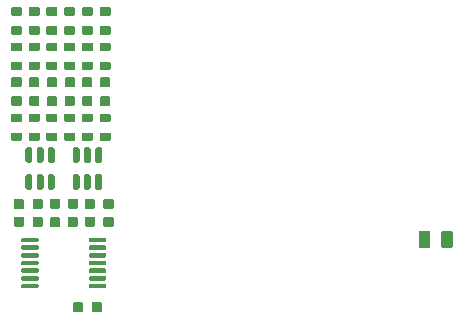
<source format=gbp>
G04 #@! TF.GenerationSoftware,KiCad,Pcbnew,7.0.10-7.0.10~ubuntu22.04.1*
G04 #@! TF.CreationDate,2024-01-14T01:34:45+00:00*
G04 #@! TF.ProjectId,hellen-112-17,68656c6c-656e-42d3-9131-322d31372e6b,B*
G04 #@! TF.SameCoordinates,Original*
G04 #@! TF.FileFunction,Paste,Bot*
G04 #@! TF.FilePolarity,Positive*
%FSLAX46Y46*%
G04 Gerber Fmt 4.6, Leading zero omitted, Abs format (unit mm)*
G04 Created by KiCad (PCBNEW 7.0.10-7.0.10~ubuntu22.04.1) date 2024-01-14 01:34:45*
%MOMM*%
%LPD*%
G01*
G04 APERTURE LIST*
G04 APERTURE END LIST*
G04 #@! TO.C,R49*
G36*
G01*
X43610000Y87650000D02*
X44390000Y87650000D01*
G75*
G02*
X44460000Y87580000I0J-70000D01*
G01*
X44460000Y87020000D01*
G75*
G02*
X44390000Y86950000I-70000J0D01*
G01*
X43610000Y86950000D01*
G75*
G02*
X43540000Y87020000I0J70000D01*
G01*
X43540000Y87580000D01*
G75*
G02*
X43610000Y87650000I70000J0D01*
G01*
G37*
G36*
G01*
X43610000Y86050000D02*
X44390000Y86050000D01*
G75*
G02*
X44460000Y85980000I0J-70000D01*
G01*
X44460000Y85420000D01*
G75*
G02*
X44390000Y85350000I-70000J0D01*
G01*
X43610000Y85350000D01*
G75*
G02*
X43540000Y85420000I0J70000D01*
G01*
X43540000Y85980000D01*
G75*
G02*
X43610000Y86050000I70000J0D01*
G01*
G37*
G04 #@! TD*
G04 #@! TO.C,C16*
G36*
G01*
X39160000Y84715001D02*
X39840000Y84715001D01*
G75*
G02*
X39925000Y84630001I0J-85000D01*
G01*
X39925000Y83950001D01*
G75*
G02*
X39840000Y83865001I-85000J0D01*
G01*
X39160000Y83865001D01*
G75*
G02*
X39075000Y83950001I0J85000D01*
G01*
X39075000Y84630001D01*
G75*
G02*
X39160000Y84715001I85000J0D01*
G01*
G37*
G36*
G01*
X39160000Y83134999D02*
X39840000Y83134999D01*
G75*
G02*
X39925000Y83049999I0J-85000D01*
G01*
X39925000Y82369999D01*
G75*
G02*
X39840000Y82284999I-85000J0D01*
G01*
X39160000Y82284999D01*
G75*
G02*
X39075000Y82369999I0J85000D01*
G01*
X39075000Y83049999D01*
G75*
G02*
X39160000Y83134999I85000J0D01*
G01*
G37*
G04 #@! TD*
G04 #@! TO.C,C17*
G36*
G01*
X42160000Y84715001D02*
X42840000Y84715001D01*
G75*
G02*
X42925000Y84630001I0J-85000D01*
G01*
X42925000Y83950001D01*
G75*
G02*
X42840000Y83865001I-85000J0D01*
G01*
X42160000Y83865001D01*
G75*
G02*
X42075000Y83950001I0J85000D01*
G01*
X42075000Y84630001D01*
G75*
G02*
X42160000Y84715001I85000J0D01*
G01*
G37*
G36*
G01*
X42160000Y83134999D02*
X42840000Y83134999D01*
G75*
G02*
X42925000Y83049999I0J-85000D01*
G01*
X42925000Y82369999D01*
G75*
G02*
X42840000Y82284999I-85000J0D01*
G01*
X42160000Y82284999D01*
G75*
G02*
X42075000Y82369999I0J85000D01*
G01*
X42075000Y83049999D01*
G75*
G02*
X42160000Y83134999I85000J0D01*
G01*
G37*
G04 #@! TD*
G04 #@! TO.C,R48*
G36*
G01*
X44390000Y79350000D02*
X43610000Y79350000D01*
G75*
G02*
X43540000Y79420000I0J70000D01*
G01*
X43540000Y79980000D01*
G75*
G02*
X43610000Y80050000I70000J0D01*
G01*
X44390000Y80050000D01*
G75*
G02*
X44460000Y79980000I0J-70000D01*
G01*
X44460000Y79420000D01*
G75*
G02*
X44390000Y79350000I-70000J0D01*
G01*
G37*
G36*
G01*
X44390000Y80950000D02*
X43610000Y80950000D01*
G75*
G02*
X43540000Y81020000I0J70000D01*
G01*
X43540000Y81580000D01*
G75*
G02*
X43610000Y81650000I70000J0D01*
G01*
X44390000Y81650000D01*
G75*
G02*
X44460000Y81580000I0J-70000D01*
G01*
X44460000Y81020000D01*
G75*
G02*
X44390000Y80950000I-70000J0D01*
G01*
G37*
G04 #@! TD*
G04 #@! TO.C,C18*
G36*
G01*
X40660000Y84715001D02*
X41340000Y84715001D01*
G75*
G02*
X41425000Y84630001I0J-85000D01*
G01*
X41425000Y83950001D01*
G75*
G02*
X41340000Y83865001I-85000J0D01*
G01*
X40660000Y83865001D01*
G75*
G02*
X40575000Y83950001I0J85000D01*
G01*
X40575000Y84630001D01*
G75*
G02*
X40660000Y84715001I85000J0D01*
G01*
G37*
G36*
G01*
X40660000Y83134999D02*
X41340000Y83134999D01*
G75*
G02*
X41425000Y83049999I0J-85000D01*
G01*
X41425000Y82369999D01*
G75*
G02*
X41340000Y82284999I-85000J0D01*
G01*
X40660000Y82284999D01*
G75*
G02*
X40575000Y82369999I0J85000D01*
G01*
X40575000Y83049999D01*
G75*
G02*
X40660000Y83134999I85000J0D01*
G01*
G37*
G04 #@! TD*
G04 #@! TO.C,R29*
G36*
G01*
X45110000Y87650000D02*
X45890000Y87650000D01*
G75*
G02*
X45960000Y87580000I0J-70000D01*
G01*
X45960000Y87020000D01*
G75*
G02*
X45890000Y86950000I-70000J0D01*
G01*
X45110000Y86950000D01*
G75*
G02*
X45040000Y87020000I0J70000D01*
G01*
X45040000Y87580000D01*
G75*
G02*
X45110000Y87650000I70000J0D01*
G01*
G37*
G36*
G01*
X45110000Y86050000D02*
X45890000Y86050000D01*
G75*
G02*
X45960000Y85980000I0J-70000D01*
G01*
X45960000Y85420000D01*
G75*
G02*
X45890000Y85350000I-70000J0D01*
G01*
X45110000Y85350000D01*
G75*
G02*
X45040000Y85420000I0J70000D01*
G01*
X45040000Y85980000D01*
G75*
G02*
X45110000Y86050000I70000J0D01*
G01*
G37*
G04 #@! TD*
G04 #@! TO.C,U2*
G36*
G01*
X39900000Y66950000D02*
X39900000Y67150000D01*
G75*
G02*
X40000000Y67250000I100000J0D01*
G01*
X41275000Y67250000D01*
G75*
G02*
X41375000Y67150000I0J-100000D01*
G01*
X41375000Y66950000D01*
G75*
G02*
X41275000Y66850000I-100000J0D01*
G01*
X40000000Y66850000D01*
G75*
G02*
X39900000Y66950000I0J100000D01*
G01*
G37*
G36*
G01*
X39900000Y67600000D02*
X39900000Y67800000D01*
G75*
G02*
X40000000Y67900000I100000J0D01*
G01*
X41275000Y67900000D01*
G75*
G02*
X41375000Y67800000I0J-100000D01*
G01*
X41375000Y67600000D01*
G75*
G02*
X41275000Y67500000I-100000J0D01*
G01*
X40000000Y67500000D01*
G75*
G02*
X39900000Y67600000I0J100000D01*
G01*
G37*
G36*
G01*
X39900000Y68250000D02*
X39900000Y68450000D01*
G75*
G02*
X40000000Y68550000I100000J0D01*
G01*
X41275000Y68550000D01*
G75*
G02*
X41375000Y68450000I0J-100000D01*
G01*
X41375000Y68250000D01*
G75*
G02*
X41275000Y68150000I-100000J0D01*
G01*
X40000000Y68150000D01*
G75*
G02*
X39900000Y68250000I0J100000D01*
G01*
G37*
G36*
G01*
X39900000Y68900000D02*
X39900000Y69100000D01*
G75*
G02*
X40000000Y69200000I100000J0D01*
G01*
X41275000Y69200000D01*
G75*
G02*
X41375000Y69100000I0J-100000D01*
G01*
X41375000Y68900000D01*
G75*
G02*
X41275000Y68800000I-100000J0D01*
G01*
X40000000Y68800000D01*
G75*
G02*
X39900000Y68900000I0J100000D01*
G01*
G37*
G36*
G01*
X39900000Y69550000D02*
X39900000Y69750000D01*
G75*
G02*
X40000000Y69850000I100000J0D01*
G01*
X41275000Y69850000D01*
G75*
G02*
X41375000Y69750000I0J-100000D01*
G01*
X41375000Y69550000D01*
G75*
G02*
X41275000Y69450000I-100000J0D01*
G01*
X40000000Y69450000D01*
G75*
G02*
X39900000Y69550000I0J100000D01*
G01*
G37*
G36*
G01*
X39900000Y70200000D02*
X39900000Y70400000D01*
G75*
G02*
X40000000Y70500000I100000J0D01*
G01*
X41275000Y70500000D01*
G75*
G02*
X41375000Y70400000I0J-100000D01*
G01*
X41375000Y70200000D01*
G75*
G02*
X41275000Y70100000I-100000J0D01*
G01*
X40000000Y70100000D01*
G75*
G02*
X39900000Y70200000I0J100000D01*
G01*
G37*
G36*
G01*
X39900000Y70850000D02*
X39900000Y71050000D01*
G75*
G02*
X40000000Y71150000I100000J0D01*
G01*
X41275000Y71150000D01*
G75*
G02*
X41375000Y71050000I0J-100000D01*
G01*
X41375000Y70850000D01*
G75*
G02*
X41275000Y70750000I-100000J0D01*
G01*
X40000000Y70750000D01*
G75*
G02*
X39900000Y70850000I0J100000D01*
G01*
G37*
G36*
G01*
X45625000Y70850000D02*
X45625000Y71050000D01*
G75*
G02*
X45725000Y71150000I100000J0D01*
G01*
X47000000Y71150000D01*
G75*
G02*
X47100000Y71050000I0J-100000D01*
G01*
X47100000Y70850000D01*
G75*
G02*
X47000000Y70750000I-100000J0D01*
G01*
X45725000Y70750000D01*
G75*
G02*
X45625000Y70850000I0J100000D01*
G01*
G37*
G36*
G01*
X45625000Y70200000D02*
X45625000Y70400000D01*
G75*
G02*
X45725000Y70500000I100000J0D01*
G01*
X47000000Y70500000D01*
G75*
G02*
X47100000Y70400000I0J-100000D01*
G01*
X47100000Y70200000D01*
G75*
G02*
X47000000Y70100000I-100000J0D01*
G01*
X45725000Y70100000D01*
G75*
G02*
X45625000Y70200000I0J100000D01*
G01*
G37*
G36*
G01*
X45625000Y69550000D02*
X45625000Y69750000D01*
G75*
G02*
X45725000Y69850000I100000J0D01*
G01*
X47000000Y69850000D01*
G75*
G02*
X47100000Y69750000I0J-100000D01*
G01*
X47100000Y69550000D01*
G75*
G02*
X47000000Y69450000I-100000J0D01*
G01*
X45725000Y69450000D01*
G75*
G02*
X45625000Y69550000I0J100000D01*
G01*
G37*
G36*
G01*
X45625000Y68900000D02*
X45625000Y69100000D01*
G75*
G02*
X45725000Y69200000I100000J0D01*
G01*
X47000000Y69200000D01*
G75*
G02*
X47100000Y69100000I0J-100000D01*
G01*
X47100000Y68900000D01*
G75*
G02*
X47000000Y68800000I-100000J0D01*
G01*
X45725000Y68800000D01*
G75*
G02*
X45625000Y68900000I0J100000D01*
G01*
G37*
G36*
G01*
X45625000Y68250000D02*
X45625000Y68450000D01*
G75*
G02*
X45725000Y68550000I100000J0D01*
G01*
X47000000Y68550000D01*
G75*
G02*
X47100000Y68450000I0J-100000D01*
G01*
X47100000Y68250000D01*
G75*
G02*
X47000000Y68150000I-100000J0D01*
G01*
X45725000Y68150000D01*
G75*
G02*
X45625000Y68250000I0J100000D01*
G01*
G37*
G36*
G01*
X45625000Y67600000D02*
X45625000Y67800000D01*
G75*
G02*
X45725000Y67900000I100000J0D01*
G01*
X47000000Y67900000D01*
G75*
G02*
X47100000Y67800000I0J-100000D01*
G01*
X47100000Y67600000D01*
G75*
G02*
X47000000Y67500000I-100000J0D01*
G01*
X45725000Y67500000D01*
G75*
G02*
X45625000Y67600000I0J100000D01*
G01*
G37*
G36*
G01*
X45625000Y66950000D02*
X45625000Y67150000D01*
G75*
G02*
X45725000Y67250000I100000J0D01*
G01*
X47000000Y67250000D01*
G75*
G02*
X47100000Y67150000I0J-100000D01*
G01*
X47100000Y66950000D01*
G75*
G02*
X47000000Y66850000I-100000J0D01*
G01*
X45725000Y66850000D01*
G75*
G02*
X45625000Y66950000I0J100000D01*
G01*
G37*
G04 #@! TD*
G04 #@! TO.C,C25*
G36*
G01*
X44590000Y72034999D02*
X43910000Y72034999D01*
G75*
G02*
X43825000Y72119999I0J85000D01*
G01*
X43825000Y72799999D01*
G75*
G02*
X43910000Y72884999I85000J0D01*
G01*
X44590000Y72884999D01*
G75*
G02*
X44675000Y72799999I0J-85000D01*
G01*
X44675000Y72119999D01*
G75*
G02*
X44590000Y72034999I-85000J0D01*
G01*
G37*
G36*
G01*
X44590000Y73615001D02*
X43910000Y73615001D01*
G75*
G02*
X43825000Y73700001I0J85000D01*
G01*
X43825000Y74380001D01*
G75*
G02*
X43910000Y74465001I85000J0D01*
G01*
X44590000Y74465001D01*
G75*
G02*
X44675000Y74380001I0J-85000D01*
G01*
X44675000Y73700001D01*
G75*
G02*
X44590000Y73615001I-85000J0D01*
G01*
G37*
G04 #@! TD*
G04 #@! TO.C,R32*
G36*
G01*
X41390000Y79350000D02*
X40610000Y79350000D01*
G75*
G02*
X40540000Y79420000I0J70000D01*
G01*
X40540000Y79980000D01*
G75*
G02*
X40610000Y80050000I70000J0D01*
G01*
X41390000Y80050000D01*
G75*
G02*
X41460000Y79980000I0J-70000D01*
G01*
X41460000Y79420000D01*
G75*
G02*
X41390000Y79350000I-70000J0D01*
G01*
G37*
G36*
G01*
X41390000Y80950000D02*
X40610000Y80950000D01*
G75*
G02*
X40540000Y81020000I0J70000D01*
G01*
X40540000Y81580000D01*
G75*
G02*
X40610000Y81650000I70000J0D01*
G01*
X41390000Y81650000D01*
G75*
G02*
X41460000Y81580000I0J-70000D01*
G01*
X41460000Y81020000D01*
G75*
G02*
X41390000Y80950000I-70000J0D01*
G01*
G37*
G04 #@! TD*
G04 #@! TO.C,R30*
G36*
G01*
X39890000Y79350000D02*
X39110000Y79350000D01*
G75*
G02*
X39040000Y79420000I0J70000D01*
G01*
X39040000Y79980000D01*
G75*
G02*
X39110000Y80050000I70000J0D01*
G01*
X39890000Y80050000D01*
G75*
G02*
X39960000Y79980000I0J-70000D01*
G01*
X39960000Y79420000D01*
G75*
G02*
X39890000Y79350000I-70000J0D01*
G01*
G37*
G36*
G01*
X39890000Y80950000D02*
X39110000Y80950000D01*
G75*
G02*
X39040000Y81020000I0J70000D01*
G01*
X39040000Y81580000D01*
G75*
G02*
X39110000Y81650000I70000J0D01*
G01*
X39890000Y81650000D01*
G75*
G02*
X39960000Y81580000I0J-70000D01*
G01*
X39960000Y81020000D01*
G75*
G02*
X39890000Y80950000I-70000J0D01*
G01*
G37*
G04 #@! TD*
G04 #@! TO.C,R43*
G36*
G01*
X45890000Y79350000D02*
X45110000Y79350000D01*
G75*
G02*
X45040000Y79420000I0J70000D01*
G01*
X45040000Y79980000D01*
G75*
G02*
X45110000Y80050000I70000J0D01*
G01*
X45890000Y80050000D01*
G75*
G02*
X45960000Y79980000I0J-70000D01*
G01*
X45960000Y79420000D01*
G75*
G02*
X45890000Y79350000I-70000J0D01*
G01*
G37*
G36*
G01*
X45890000Y80950000D02*
X45110000Y80950000D01*
G75*
G02*
X45040000Y81020000I0J70000D01*
G01*
X45040000Y81580000D01*
G75*
G02*
X45110000Y81650000I70000J0D01*
G01*
X45890000Y81650000D01*
G75*
G02*
X45960000Y81580000I0J-70000D01*
G01*
X45960000Y81020000D01*
G75*
G02*
X45890000Y80950000I-70000J0D01*
G01*
G37*
G04 #@! TD*
G04 #@! TO.C,C15*
G36*
G01*
X43660000Y84715001D02*
X44340000Y84715001D01*
G75*
G02*
X44425000Y84630001I0J-85000D01*
G01*
X44425000Y83950001D01*
G75*
G02*
X44340000Y83865001I-85000J0D01*
G01*
X43660000Y83865001D01*
G75*
G02*
X43575000Y83950001I0J85000D01*
G01*
X43575000Y84630001D01*
G75*
G02*
X43660000Y84715001I85000J0D01*
G01*
G37*
G36*
G01*
X43660000Y83134999D02*
X44340000Y83134999D01*
G75*
G02*
X44425000Y83049999I0J-85000D01*
G01*
X44425000Y82369999D01*
G75*
G02*
X44340000Y82284999I-85000J0D01*
G01*
X43660000Y82284999D01*
G75*
G02*
X43575000Y82369999I0J85000D01*
G01*
X43575000Y83049999D01*
G75*
G02*
X43660000Y83134999I85000J0D01*
G01*
G37*
G04 #@! TD*
G04 #@! TO.C,D11*
G36*
G01*
X46600000Y75200000D02*
X46300000Y75200000D01*
G75*
G02*
X46150000Y75350000I0J150000D01*
G01*
X46150000Y76375000D01*
G75*
G02*
X46300000Y76525000I150000J0D01*
G01*
X46600000Y76525000D01*
G75*
G02*
X46750000Y76375000I0J-150000D01*
G01*
X46750000Y75350000D01*
G75*
G02*
X46600000Y75200000I-150000J0D01*
G01*
G37*
G36*
G01*
X45650000Y75200000D02*
X45350000Y75200000D01*
G75*
G02*
X45200000Y75350000I0J150000D01*
G01*
X45200000Y76375000D01*
G75*
G02*
X45350000Y76525000I150000J0D01*
G01*
X45650000Y76525000D01*
G75*
G02*
X45800000Y76375000I0J-150000D01*
G01*
X45800000Y75350000D01*
G75*
G02*
X45650000Y75200000I-150000J0D01*
G01*
G37*
G36*
G01*
X44700000Y75200000D02*
X44400000Y75200000D01*
G75*
G02*
X44250000Y75350000I0J150000D01*
G01*
X44250000Y76375000D01*
G75*
G02*
X44400000Y76525000I150000J0D01*
G01*
X44700000Y76525000D01*
G75*
G02*
X44850000Y76375000I0J-150000D01*
G01*
X44850000Y75350000D01*
G75*
G02*
X44700000Y75200000I-150000J0D01*
G01*
G37*
G36*
G01*
X44700000Y77475000D02*
X44400000Y77475000D01*
G75*
G02*
X44250000Y77625000I0J150000D01*
G01*
X44250000Y78650000D01*
G75*
G02*
X44400000Y78800000I150000J0D01*
G01*
X44700000Y78800000D01*
G75*
G02*
X44850000Y78650000I0J-150000D01*
G01*
X44850000Y77625000D01*
G75*
G02*
X44700000Y77475000I-150000J0D01*
G01*
G37*
G36*
G01*
X45650000Y77475000D02*
X45350000Y77475000D01*
G75*
G02*
X45200000Y77625000I0J150000D01*
G01*
X45200000Y78650000D01*
G75*
G02*
X45350000Y78800000I150000J0D01*
G01*
X45650000Y78800000D01*
G75*
G02*
X45800000Y78650000I0J-150000D01*
G01*
X45800000Y77625000D01*
G75*
G02*
X45650000Y77475000I-150000J0D01*
G01*
G37*
G36*
G01*
X46600000Y77475000D02*
X46300000Y77475000D01*
G75*
G02*
X46150000Y77625000I0J150000D01*
G01*
X46150000Y78650000D01*
G75*
G02*
X46300000Y78800000I150000J0D01*
G01*
X46600000Y78800000D01*
G75*
G02*
X46750000Y78650000I0J-150000D01*
G01*
X46750000Y77625000D01*
G75*
G02*
X46600000Y77475000I-150000J0D01*
G01*
G37*
G04 #@! TD*
G04 #@! TO.C,C23*
G36*
G01*
X41715001Y72840000D02*
X41715001Y72160000D01*
G75*
G02*
X41630001Y72075000I-85000J0D01*
G01*
X40950001Y72075000D01*
G75*
G02*
X40865001Y72160000I0J85000D01*
G01*
X40865001Y72840000D01*
G75*
G02*
X40950001Y72925000I85000J0D01*
G01*
X41630001Y72925000D01*
G75*
G02*
X41715001Y72840000I0J-85000D01*
G01*
G37*
G36*
G01*
X40134999Y72840000D02*
X40134999Y72160000D01*
G75*
G02*
X40049999Y72075000I-85000J0D01*
G01*
X39369999Y72075000D01*
G75*
G02*
X39284999Y72160000I0J85000D01*
G01*
X39284999Y72840000D01*
G75*
G02*
X39369999Y72925000I85000J0D01*
G01*
X40049999Y72925000D01*
G75*
G02*
X40134999Y72840000I0J-85000D01*
G01*
G37*
G04 #@! TD*
G04 #@! TO.C,R25*
G36*
G01*
X39110000Y87650000D02*
X39890000Y87650000D01*
G75*
G02*
X39960000Y87580000I0J-70000D01*
G01*
X39960000Y87020000D01*
G75*
G02*
X39890000Y86950000I-70000J0D01*
G01*
X39110000Y86950000D01*
G75*
G02*
X39040000Y87020000I0J70000D01*
G01*
X39040000Y87580000D01*
G75*
G02*
X39110000Y87650000I70000J0D01*
G01*
G37*
G36*
G01*
X39110000Y86050000D02*
X39890000Y86050000D01*
G75*
G02*
X39960000Y85980000I0J-70000D01*
G01*
X39960000Y85420000D01*
G75*
G02*
X39890000Y85350000I-70000J0D01*
G01*
X39110000Y85350000D01*
G75*
G02*
X39040000Y85420000I0J70000D01*
G01*
X39040000Y85980000D01*
G75*
G02*
X39110000Y86050000I70000J0D01*
G01*
G37*
G04 #@! TD*
G04 #@! TO.C,C19*
G36*
G01*
X46660000Y84715001D02*
X47340000Y84715001D01*
G75*
G02*
X47425000Y84630001I0J-85000D01*
G01*
X47425000Y83950001D01*
G75*
G02*
X47340000Y83865001I-85000J0D01*
G01*
X46660000Y83865001D01*
G75*
G02*
X46575000Y83950001I0J85000D01*
G01*
X46575000Y84630001D01*
G75*
G02*
X46660000Y84715001I85000J0D01*
G01*
G37*
G36*
G01*
X46660000Y83134999D02*
X47340000Y83134999D01*
G75*
G02*
X47425000Y83049999I0J-85000D01*
G01*
X47425000Y82369999D01*
G75*
G02*
X47340000Y82284999I-85000J0D01*
G01*
X46660000Y82284999D01*
G75*
G02*
X46575000Y82369999I0J85000D01*
G01*
X46575000Y83049999D01*
G75*
G02*
X46660000Y83134999I85000J0D01*
G01*
G37*
G04 #@! TD*
G04 #@! TO.C,R21*
G36*
G01*
X39110954Y90650000D02*
X39890954Y90650000D01*
G75*
G02*
X39960954Y90580000I0J-70000D01*
G01*
X39960954Y90020000D01*
G75*
G02*
X39890954Y89950000I-70000J0D01*
G01*
X39110954Y89950000D01*
G75*
G02*
X39040954Y90020000I0J70000D01*
G01*
X39040954Y90580000D01*
G75*
G02*
X39110954Y90650000I70000J0D01*
G01*
G37*
G36*
G01*
X39110954Y89050000D02*
X39890954Y89050000D01*
G75*
G02*
X39960954Y88980000I0J-70000D01*
G01*
X39960954Y88420000D01*
G75*
G02*
X39890954Y88350000I-70000J0D01*
G01*
X39110954Y88350000D01*
G75*
G02*
X39040954Y88420000I0J70000D01*
G01*
X39040954Y88980000D01*
G75*
G02*
X39110954Y89050000I70000J0D01*
G01*
G37*
G04 #@! TD*
G04 #@! TO.C,C21*
G36*
G01*
X44284999Y64910000D02*
X44284999Y65590000D01*
G75*
G02*
X44369999Y65675000I85000J0D01*
G01*
X45049999Y65675000D01*
G75*
G02*
X45134999Y65590000I0J-85000D01*
G01*
X45134999Y64910000D01*
G75*
G02*
X45049999Y64825000I-85000J0D01*
G01*
X44369999Y64825000D01*
G75*
G02*
X44284999Y64910000I0J85000D01*
G01*
G37*
G36*
G01*
X45865001Y64910000D02*
X45865001Y65590000D01*
G75*
G02*
X45950001Y65675000I85000J0D01*
G01*
X46630001Y65675000D01*
G75*
G02*
X46715001Y65590000I0J-85000D01*
G01*
X46715001Y64910000D01*
G75*
G02*
X46630001Y64825000I-85000J0D01*
G01*
X45950001Y64825000D01*
G75*
G02*
X45865001Y64910000I0J85000D01*
G01*
G37*
G04 #@! TD*
G04 #@! TO.C,R26*
G36*
G01*
X42110000Y87650000D02*
X42890000Y87650000D01*
G75*
G02*
X42960000Y87580000I0J-70000D01*
G01*
X42960000Y87020000D01*
G75*
G02*
X42890000Y86950000I-70000J0D01*
G01*
X42110000Y86950000D01*
G75*
G02*
X42040000Y87020000I0J70000D01*
G01*
X42040000Y87580000D01*
G75*
G02*
X42110000Y87650000I70000J0D01*
G01*
G37*
G36*
G01*
X42110000Y86050000D02*
X42890000Y86050000D01*
G75*
G02*
X42960000Y85980000I0J-70000D01*
G01*
X42960000Y85420000D01*
G75*
G02*
X42890000Y85350000I-70000J0D01*
G01*
X42110000Y85350000D01*
G75*
G02*
X42040000Y85420000I0J70000D01*
G01*
X42040000Y85980000D01*
G75*
G02*
X42110000Y86050000I70000J0D01*
G01*
G37*
G04 #@! TD*
G04 #@! TO.C,C28*
G36*
G01*
X45160000Y84715001D02*
X45840000Y84715001D01*
G75*
G02*
X45925000Y84630001I0J-85000D01*
G01*
X45925000Y83950001D01*
G75*
G02*
X45840000Y83865001I-85000J0D01*
G01*
X45160000Y83865001D01*
G75*
G02*
X45075000Y83950001I0J85000D01*
G01*
X45075000Y84630001D01*
G75*
G02*
X45160000Y84715001I85000J0D01*
G01*
G37*
G36*
G01*
X45160000Y83134999D02*
X45840000Y83134999D01*
G75*
G02*
X45925000Y83049999I0J-85000D01*
G01*
X45925000Y82369999D01*
G75*
G02*
X45840000Y82284999I-85000J0D01*
G01*
X45160000Y82284999D01*
G75*
G02*
X45075000Y82369999I0J85000D01*
G01*
X45075000Y83049999D01*
G75*
G02*
X45160000Y83134999I85000J0D01*
G01*
G37*
G04 #@! TD*
G04 #@! TO.C,R23*
G36*
G01*
X40610000Y90650000D02*
X41390000Y90650000D01*
G75*
G02*
X41460000Y90580000I0J-70000D01*
G01*
X41460000Y90020000D01*
G75*
G02*
X41390000Y89950000I-70000J0D01*
G01*
X40610000Y89950000D01*
G75*
G02*
X40540000Y90020000I0J70000D01*
G01*
X40540000Y90580000D01*
G75*
G02*
X40610000Y90650000I70000J0D01*
G01*
G37*
G36*
G01*
X40610000Y89050000D02*
X41390000Y89050000D01*
G75*
G02*
X41460000Y88980000I0J-70000D01*
G01*
X41460000Y88420000D01*
G75*
G02*
X41390000Y88350000I-70000J0D01*
G01*
X40610000Y88350000D01*
G75*
G02*
X40540000Y88420000I0J70000D01*
G01*
X40540000Y88980000D01*
G75*
G02*
X40610000Y89050000I70000J0D01*
G01*
G37*
G04 #@! TD*
G04 #@! TO.C,C26*
G36*
G01*
X47715001Y74340000D02*
X47715001Y73660000D01*
G75*
G02*
X47630001Y73575000I-85000J0D01*
G01*
X46950001Y73575000D01*
G75*
G02*
X46865001Y73660000I0J85000D01*
G01*
X46865001Y74340000D01*
G75*
G02*
X46950001Y74425000I85000J0D01*
G01*
X47630001Y74425000D01*
G75*
G02*
X47715001Y74340000I0J-85000D01*
G01*
G37*
G36*
G01*
X46134999Y74340000D02*
X46134999Y73660000D01*
G75*
G02*
X46049999Y73575000I-85000J0D01*
G01*
X45369999Y73575000D01*
G75*
G02*
X45284999Y73660000I0J85000D01*
G01*
X45284999Y74340000D01*
G75*
G02*
X45369999Y74425000I85000J0D01*
G01*
X46049999Y74425000D01*
G75*
G02*
X46134999Y74340000I0J-85000D01*
G01*
G37*
G04 #@! TD*
G04 #@! TO.C,R31*
G36*
G01*
X42890000Y79350000D02*
X42110000Y79350000D01*
G75*
G02*
X42040000Y79420000I0J70000D01*
G01*
X42040000Y79980000D01*
G75*
G02*
X42110000Y80050000I70000J0D01*
G01*
X42890000Y80050000D01*
G75*
G02*
X42960000Y79980000I0J-70000D01*
G01*
X42960000Y79420000D01*
G75*
G02*
X42890000Y79350000I-70000J0D01*
G01*
G37*
G36*
G01*
X42890000Y80950000D02*
X42110000Y80950000D01*
G75*
G02*
X42040000Y81020000I0J70000D01*
G01*
X42040000Y81580000D01*
G75*
G02*
X42110000Y81650000I70000J0D01*
G01*
X42890000Y81650000D01*
G75*
G02*
X42960000Y81580000I0J-70000D01*
G01*
X42960000Y81020000D01*
G75*
G02*
X42890000Y80950000I-70000J0D01*
G01*
G37*
G04 #@! TD*
G04 #@! TO.C,C24*
G36*
G01*
X45284999Y72160000D02*
X45284999Y72840000D01*
G75*
G02*
X45369999Y72925000I85000J0D01*
G01*
X46049999Y72925000D01*
G75*
G02*
X46134999Y72840000I0J-85000D01*
G01*
X46134999Y72160000D01*
G75*
G02*
X46049999Y72075000I-85000J0D01*
G01*
X45369999Y72075000D01*
G75*
G02*
X45284999Y72160000I0J85000D01*
G01*
G37*
G36*
G01*
X46865001Y72160000D02*
X46865001Y72840000D01*
G75*
G02*
X46950001Y72925000I85000J0D01*
G01*
X47630001Y72925000D01*
G75*
G02*
X47715001Y72840000I0J-85000D01*
G01*
X47715001Y72160000D01*
G75*
G02*
X47630001Y72075000I-85000J0D01*
G01*
X46950001Y72075000D01*
G75*
G02*
X46865001Y72160000I0J85000D01*
G01*
G37*
G04 #@! TD*
G04 #@! TO.C,D10*
G36*
G01*
X42600000Y75200000D02*
X42300000Y75200000D01*
G75*
G02*
X42150000Y75350000I0J150000D01*
G01*
X42150000Y76375000D01*
G75*
G02*
X42300000Y76525000I150000J0D01*
G01*
X42600000Y76525000D01*
G75*
G02*
X42750000Y76375000I0J-150000D01*
G01*
X42750000Y75350000D01*
G75*
G02*
X42600000Y75200000I-150000J0D01*
G01*
G37*
G36*
G01*
X41650000Y75200000D02*
X41350000Y75200000D01*
G75*
G02*
X41200000Y75350000I0J150000D01*
G01*
X41200000Y76375000D01*
G75*
G02*
X41350000Y76525000I150000J0D01*
G01*
X41650000Y76525000D01*
G75*
G02*
X41800000Y76375000I0J-150000D01*
G01*
X41800000Y75350000D01*
G75*
G02*
X41650000Y75200000I-150000J0D01*
G01*
G37*
G36*
G01*
X40700000Y75200000D02*
X40400000Y75200000D01*
G75*
G02*
X40250000Y75350000I0J150000D01*
G01*
X40250000Y76375000D01*
G75*
G02*
X40400000Y76525000I150000J0D01*
G01*
X40700000Y76525000D01*
G75*
G02*
X40850000Y76375000I0J-150000D01*
G01*
X40850000Y75350000D01*
G75*
G02*
X40700000Y75200000I-150000J0D01*
G01*
G37*
G36*
G01*
X40700000Y77475000D02*
X40400000Y77475000D01*
G75*
G02*
X40250000Y77625000I0J150000D01*
G01*
X40250000Y78650000D01*
G75*
G02*
X40400000Y78800000I150000J0D01*
G01*
X40700000Y78800000D01*
G75*
G02*
X40850000Y78650000I0J-150000D01*
G01*
X40850000Y77625000D01*
G75*
G02*
X40700000Y77475000I-150000J0D01*
G01*
G37*
G36*
G01*
X41650000Y77475000D02*
X41350000Y77475000D01*
G75*
G02*
X41200000Y77625000I0J150000D01*
G01*
X41200000Y78650000D01*
G75*
G02*
X41350000Y78800000I150000J0D01*
G01*
X41650000Y78800000D01*
G75*
G02*
X41800000Y78650000I0J-150000D01*
G01*
X41800000Y77625000D01*
G75*
G02*
X41650000Y77475000I-150000J0D01*
G01*
G37*
G36*
G01*
X42600000Y77475000D02*
X42300000Y77475000D01*
G75*
G02*
X42150000Y77625000I0J150000D01*
G01*
X42150000Y78650000D01*
G75*
G02*
X42300000Y78800000I150000J0D01*
G01*
X42600000Y78800000D01*
G75*
G02*
X42750000Y78650000I0J-150000D01*
G01*
X42750000Y77625000D01*
G75*
G02*
X42600000Y77475000I-150000J0D01*
G01*
G37*
G04 #@! TD*
G04 #@! TO.C,R50*
G36*
G01*
X45110000Y90650000D02*
X45890000Y90650000D01*
G75*
G02*
X45960000Y90580000I0J-70000D01*
G01*
X45960000Y90020000D01*
G75*
G02*
X45890000Y89950000I-70000J0D01*
G01*
X45110000Y89950000D01*
G75*
G02*
X45040000Y90020000I0J70000D01*
G01*
X45040000Y90580000D01*
G75*
G02*
X45110000Y90650000I70000J0D01*
G01*
G37*
G36*
G01*
X45110000Y89050000D02*
X45890000Y89050000D01*
G75*
G02*
X45960000Y88980000I0J-70000D01*
G01*
X45960000Y88420000D01*
G75*
G02*
X45890000Y88350000I-70000J0D01*
G01*
X45110000Y88350000D01*
G75*
G02*
X45040000Y88420000I0J70000D01*
G01*
X45040000Y88980000D01*
G75*
G02*
X45110000Y89050000I70000J0D01*
G01*
G37*
G04 #@! TD*
G04 #@! TO.C,R24*
G36*
G01*
X46610000Y90650000D02*
X47390000Y90650000D01*
G75*
G02*
X47460000Y90580000I0J-70000D01*
G01*
X47460000Y90020000D01*
G75*
G02*
X47390000Y89950000I-70000J0D01*
G01*
X46610000Y89950000D01*
G75*
G02*
X46540000Y90020000I0J70000D01*
G01*
X46540000Y90580000D01*
G75*
G02*
X46610000Y90650000I70000J0D01*
G01*
G37*
G36*
G01*
X46610000Y89050000D02*
X47390000Y89050000D01*
G75*
G02*
X47460000Y88980000I0J-70000D01*
G01*
X47460000Y88420000D01*
G75*
G02*
X47390000Y88350000I-70000J0D01*
G01*
X46610000Y88350000D01*
G75*
G02*
X46540000Y88420000I0J70000D01*
G01*
X46540000Y88980000D01*
G75*
G02*
X46610000Y89050000I70000J0D01*
G01*
G37*
G04 #@! TD*
G04 #@! TO.C,R27*
G36*
G01*
X40610000Y87650000D02*
X41390000Y87650000D01*
G75*
G02*
X41460000Y87580000I0J-70000D01*
G01*
X41460000Y87020000D01*
G75*
G02*
X41390000Y86950000I-70000J0D01*
G01*
X40610000Y86950000D01*
G75*
G02*
X40540000Y87020000I0J70000D01*
G01*
X40540000Y87580000D01*
G75*
G02*
X40610000Y87650000I70000J0D01*
G01*
G37*
G36*
G01*
X40610000Y86050000D02*
X41390000Y86050000D01*
G75*
G02*
X41460000Y85980000I0J-70000D01*
G01*
X41460000Y85420000D01*
G75*
G02*
X41390000Y85350000I-70000J0D01*
G01*
X40610000Y85350000D01*
G75*
G02*
X40540000Y85420000I0J70000D01*
G01*
X40540000Y85980000D01*
G75*
G02*
X40610000Y86050000I70000J0D01*
G01*
G37*
G04 #@! TD*
G04 #@! TO.C,R54*
G36*
G01*
X73544999Y70375000D02*
X73544999Y71625000D01*
G75*
G02*
X73644999Y71725000I100000J0D01*
G01*
X74444999Y71725000D01*
G75*
G02*
X74544999Y71625000I0J-100000D01*
G01*
X74544999Y70375000D01*
G75*
G02*
X74444999Y70275000I-100000J0D01*
G01*
X73644999Y70275000D01*
G75*
G02*
X73544999Y70375000I0J100000D01*
G01*
G37*
G36*
G01*
X75445021Y70375000D02*
X75445021Y71625000D01*
G75*
G02*
X75545021Y71725000I100000J0D01*
G01*
X76345021Y71725000D01*
G75*
G02*
X76445021Y71625000I0J-100000D01*
G01*
X76445021Y70375000D01*
G75*
G02*
X76345021Y70275000I-100000J0D01*
G01*
X75545021Y70275000D01*
G75*
G02*
X75445021Y70375000I0J100000D01*
G01*
G37*
G04 #@! TD*
G04 #@! TO.C,R42*
G36*
G01*
X47390000Y79350000D02*
X46610000Y79350000D01*
G75*
G02*
X46540000Y79420000I0J70000D01*
G01*
X46540000Y79980000D01*
G75*
G02*
X46610000Y80050000I70000J0D01*
G01*
X47390000Y80050000D01*
G75*
G02*
X47460000Y79980000I0J-70000D01*
G01*
X47460000Y79420000D01*
G75*
G02*
X47390000Y79350000I-70000J0D01*
G01*
G37*
G36*
G01*
X47390000Y80950000D02*
X46610000Y80950000D01*
G75*
G02*
X46540000Y81020000I0J70000D01*
G01*
X46540000Y81580000D01*
G75*
G02*
X46610000Y81650000I70000J0D01*
G01*
X47390000Y81650000D01*
G75*
G02*
X47460000Y81580000I0J-70000D01*
G01*
X47460000Y81020000D01*
G75*
G02*
X47390000Y80950000I-70000J0D01*
G01*
G37*
G04 #@! TD*
G04 #@! TO.C,R28*
G36*
G01*
X46610000Y87650000D02*
X47390000Y87650000D01*
G75*
G02*
X47460000Y87580000I0J-70000D01*
G01*
X47460000Y87020000D01*
G75*
G02*
X47390000Y86950000I-70000J0D01*
G01*
X46610000Y86950000D01*
G75*
G02*
X46540000Y87020000I0J70000D01*
G01*
X46540000Y87580000D01*
G75*
G02*
X46610000Y87650000I70000J0D01*
G01*
G37*
G36*
G01*
X46610000Y86050000D02*
X47390000Y86050000D01*
G75*
G02*
X47460000Y85980000I0J-70000D01*
G01*
X47460000Y85420000D01*
G75*
G02*
X47390000Y85350000I-70000J0D01*
G01*
X46610000Y85350000D01*
G75*
G02*
X46540000Y85420000I0J70000D01*
G01*
X46540000Y85980000D01*
G75*
G02*
X46610000Y86050000I70000J0D01*
G01*
G37*
G04 #@! TD*
G04 #@! TO.C,R22*
G36*
G01*
X42110000Y90650000D02*
X42890000Y90650000D01*
G75*
G02*
X42960000Y90580000I0J-70000D01*
G01*
X42960000Y90020000D01*
G75*
G02*
X42890000Y89950000I-70000J0D01*
G01*
X42110000Y89950000D01*
G75*
G02*
X42040000Y90020000I0J70000D01*
G01*
X42040000Y90580000D01*
G75*
G02*
X42110000Y90650000I70000J0D01*
G01*
G37*
G36*
G01*
X42110000Y89050000D02*
X42890000Y89050000D01*
G75*
G02*
X42960000Y88980000I0J-70000D01*
G01*
X42960000Y88420000D01*
G75*
G02*
X42890000Y88350000I-70000J0D01*
G01*
X42110000Y88350000D01*
G75*
G02*
X42040000Y88420000I0J70000D01*
G01*
X42040000Y88980000D01*
G75*
G02*
X42110000Y89050000I70000J0D01*
G01*
G37*
G04 #@! TD*
G04 #@! TO.C,C22*
G36*
G01*
X43090000Y72034999D02*
X42410000Y72034999D01*
G75*
G02*
X42325000Y72119999I0J85000D01*
G01*
X42325000Y72799999D01*
G75*
G02*
X42410000Y72884999I85000J0D01*
G01*
X43090000Y72884999D01*
G75*
G02*
X43175000Y72799999I0J-85000D01*
G01*
X43175000Y72119999D01*
G75*
G02*
X43090000Y72034999I-85000J0D01*
G01*
G37*
G36*
G01*
X43090000Y73615001D02*
X42410000Y73615001D01*
G75*
G02*
X42325000Y73700001I0J85000D01*
G01*
X42325000Y74380001D01*
G75*
G02*
X42410000Y74465001I85000J0D01*
G01*
X43090000Y74465001D01*
G75*
G02*
X43175000Y74380001I0J-85000D01*
G01*
X43175000Y73700001D01*
G75*
G02*
X43090000Y73615001I-85000J0D01*
G01*
G37*
G04 #@! TD*
G04 #@! TO.C,C20*
G36*
G01*
X41715001Y74340000D02*
X41715001Y73660000D01*
G75*
G02*
X41630001Y73575000I-85000J0D01*
G01*
X40950001Y73575000D01*
G75*
G02*
X40865001Y73660000I0J85000D01*
G01*
X40865001Y74340000D01*
G75*
G02*
X40950001Y74425000I85000J0D01*
G01*
X41630001Y74425000D01*
G75*
G02*
X41715001Y74340000I0J-85000D01*
G01*
G37*
G36*
G01*
X40134999Y74340000D02*
X40134999Y73660000D01*
G75*
G02*
X40049999Y73575000I-85000J0D01*
G01*
X39369999Y73575000D01*
G75*
G02*
X39284999Y73660000I0J85000D01*
G01*
X39284999Y74340000D01*
G75*
G02*
X39369999Y74425000I85000J0D01*
G01*
X40049999Y74425000D01*
G75*
G02*
X40134999Y74340000I0J-85000D01*
G01*
G37*
G04 #@! TD*
G04 #@! TO.C,R51*
G36*
G01*
X43610000Y90650000D02*
X44390000Y90650000D01*
G75*
G02*
X44460000Y90580000I0J-70000D01*
G01*
X44460000Y90020000D01*
G75*
G02*
X44390000Y89950000I-70000J0D01*
G01*
X43610000Y89950000D01*
G75*
G02*
X43540000Y90020000I0J70000D01*
G01*
X43540000Y90580000D01*
G75*
G02*
X43610000Y90650000I70000J0D01*
G01*
G37*
G36*
G01*
X43610000Y89050000D02*
X44390000Y89050000D01*
G75*
G02*
X44460000Y88980000I0J-70000D01*
G01*
X44460000Y88420000D01*
G75*
G02*
X44390000Y88350000I-70000J0D01*
G01*
X43610000Y88350000D01*
G75*
G02*
X43540000Y88420000I0J70000D01*
G01*
X43540000Y88980000D01*
G75*
G02*
X43610000Y89050000I70000J0D01*
G01*
G37*
G04 #@! TD*
M02*

</source>
